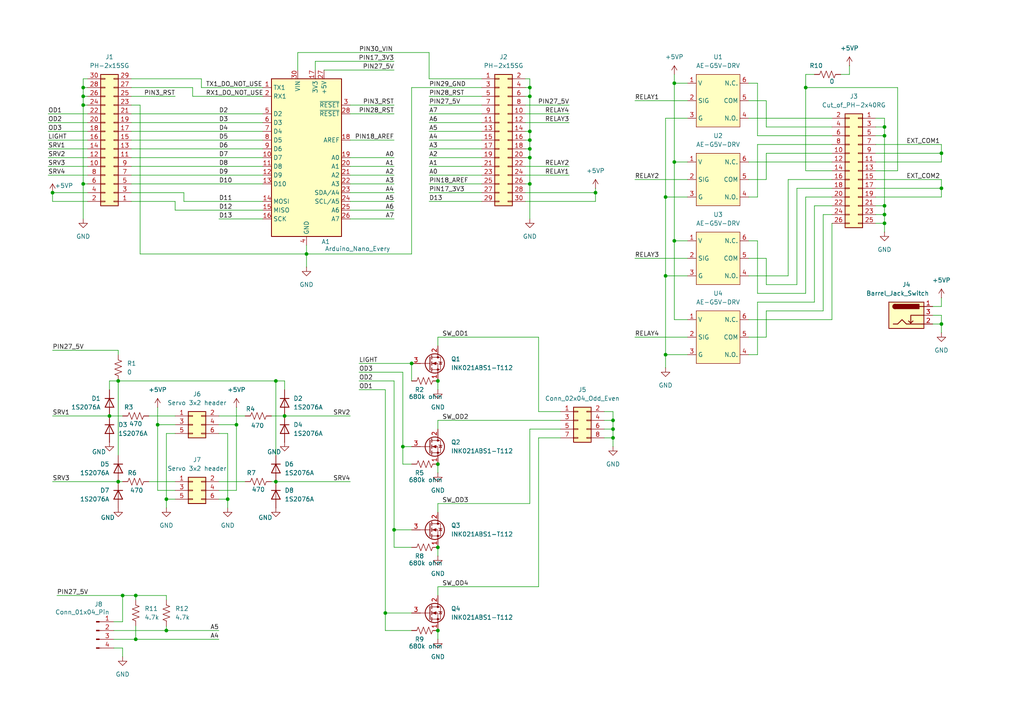
<source format=kicad_sch>
(kicad_sch (version 20250114) (generator "eeschema") (generator_version "9.0")
  (paper "A4")
  (lib_symbols
    (symbol "01_Local_Sym:AE-G5V-DRV"
      (property "Reference" "U" (at -5.334 -8.89 0))
      (property "Value" "AE-G5V-DRV" (at 0.508 -11.176 0))
      (symbol "AE-G5V-DRV_1_1"
        (pin power_in line (at -8.89 5.08 0) (length 2.54) (name "V") (number "1"))
        (pin input line (at -8.89 0 0) (length 2.54) (name "SIG") (number "2"))
        (pin power_in line (at -8.89 -5.08 0) (length 2.54) (name "G") (number "3"))
        (pin bidirectional line (at 8.89 5.08 180) (length 2.54) (name "N.C.") (number "6"))
        (pin bidirectional line (at 8.89 0 180) (length 2.54) (name "COM") (number "5"))
        (pin bidirectional line (at 8.89 -5.08 180) (length 2.54) (name "N.O.") (number "4"))
      )
    )
    (symbol "01_Local_Sym:Barrel_Jack_Switch" (pin_names (hide yes))
      (property "Reference" "J" (at 0 5.334 0))
      (property "Value" "Barrel_Jack_Switch" (at 0 -5.08 0))
      (symbol "Barrel_Jack_Switch_1_1"
        (pin passive line (at 7.62 2.54 180) (length 2.54) (name "~") (number "1"))
        (pin passive line (at 7.62 0 180) (length 2.54) (name "~") (number "3"))
        (pin passive line (at 7.62 -2.54 180) (length 2.54) (name "~") (number "2"))
      )
    )
    (symbol "01_Local_Sym:Conn_02x04_Odd_Even" (pin_names (offset 1.016) (hide yes))
      (property "Reference" "J" (at 1.27 5.08 0))
      (property "Value" "Conn_02x04_Odd_Even" (at 1.27 -7.62 0))
      (symbol "Conn_02x04_Odd_Even_1_1"
        (pin passive line (at -5.08 2.54 0) (length 3.81) (name "Pin_1") (number "1"))
        (pin passive line (at -5.08 0 0) (length 3.81) (name "Pin_3") (number "3"))
        (pin passive line (at -5.08 -2.54 0) (length 3.81) (name "Pin_5") (number "5"))
        (pin passive line (at -5.08 -5.08 0) (length 3.81) (name "Pin_7") (number "7"))
        (pin passive line (at 7.62 2.54 180) (length 3.81) (name "Pin_2") (number "2"))
        (pin passive line (at 7.62 0 180) (length 3.81) (name "Pin_4") (number "4"))
        (pin passive line (at 7.62 -2.54 180) (length 3.81) (name "Pin_6") (number "6"))
        (pin passive line (at 7.62 -5.08 180) (length 3.81) (name "Pin_8") (number "8"))
      )
    )
    (symbol "Connector:Conn_01x04_Pin" (pin_names (offset 1.016) (hide yes))
      (property "Reference" "J" (at 0 5.08 0))
      (property "Value" "Conn_01x04_Pin" (at 0 -7.62 0))
      (symbol "Conn_01x04_Pin_1_1"
        (pin passive line (at 5.08 2.54 180) (length 3.81) (name "Pin_1") (number "1"))
        (pin passive line (at 5.08 0 180) (length 3.81) (name "Pin_2") (number "2"))
        (pin passive line (at 5.08 -2.54 180) (length 3.81) (name "Pin_3") (number "3"))
        (pin passive line (at 5.08 -5.08 180) (length 3.81) (name "Pin_4") (number "4"))
      )
    )
    (symbol "Connector_Generic:Conn_02x03_Odd_Even" (pin_names (offset 1.016) (hide yes))
      (property "Reference" "J" (at 1.27 5.08 0))
      (property "Value" "Conn_02x03_Odd_Even" (at 1.27 -5.08 0))
      (symbol "Conn_02x03_Odd_Even_1_1"
        (pin passive line (at -5.08 2.54 0) (length 3.81) (name "Pin_1") (number "1"))
        (pin passive line (at -5.08 0 0) (length 3.81) (name "Pin_3") (number "3"))
        (pin passive line (at -5.08 -2.54 0) (length 3.81) (name "Pin_5") (number "5"))
        (pin passive line (at 7.62 2.54 180) (length 3.81) (name "Pin_2") (number "2"))
        (pin passive line (at 7.62 0 180) (length 3.81) (name "Pin_4") (number "4"))
        (pin passive line (at 7.62 -2.54 180) (length 3.81) (name "Pin_6") (number "6"))
      )
    )
    (symbol "Connector_Generic:Conn_02x13_Odd_Even" (pin_names (offset 1.016) (hide yes))
      (property "Reference" "J" (at 1.27 17.78 0))
      (property "Value" "Conn_02x13_Odd_Even" (at 1.27 -17.78 0))
      (symbol "Conn_02x13_Odd_Even_1_1"
        (pin passive line (at -5.08 15.24 0) (length 3.81) (name "Pin_1") (number "1"))
        (pin passive line (at -5.08 12.7 0) (length 3.81) (name "Pin_3") (number "3"))
        (pin passive line (at -5.08 10.16 0) (length 3.81) (name "Pin_5") (number "5"))
        (pin passive line (at -5.08 7.62 0) (length 3.81) (name "Pin_7") (number "7"))
        (pin passive line (at -5.08 5.08 0) (length 3.81) (name "Pin_9") (number "9"))
        (pin passive line (at -5.08 2.54 0) (length 3.81) (name "Pin_11") (number "11"))
        (pin passive line (at -5.08 0 0) (length 3.81) (name "Pin_13") (number "13"))
        (pin passive line (at -5.08 -2.54 0) (length 3.81) (name "Pin_15") (number "15"))
        (pin passive line (at -5.08 -5.08 0) (length 3.81) (name "Pin_17") (number "17"))
        (pin passive line (at -5.08 -7.62 0) (length 3.81) (name "Pin_19") (number "19"))
        (pin passive line (at -5.08 -10.16 0) (length 3.81) (name "Pin_21") (number "21"))
        (pin passive line (at -5.08 -12.7 0) (length 3.81) (name "Pin_23") (number "23"))
        (pin passive line (at -5.08 -15.24 0) (length 3.81) (name "Pin_25") (number "25"))
        (pin passive line (at 7.62 15.24 180) (length 3.81) (name "Pin_2") (number "2"))
        (pin passive line (at 7.62 12.7 180) (length 3.81) (name "Pin_4") (number "4"))
        (pin passive line (at 7.62 10.16 180) (length 3.81) (name "Pin_6") (number "6"))
        (pin passive line (at 7.62 7.62 180) (length 3.81) (name "Pin_8") (number "8"))
        (pin passive line (at 7.62 5.08 180) (length 3.81) (name "Pin_10") (number "10"))
        (pin passive line (at 7.62 2.54 180) (length 3.81) (name "Pin_12") (number "12"))
        (pin passive line (at 7.62 0 180) (length 3.81) (name "Pin_14") (number "14"))
        (pin passive line (at 7.62 -2.54 180) (length 3.81) (name "Pin_16") (number "16"))
        (pin passive line (at 7.62 -5.08 180) (length 3.81) (name "Pin_18") (number "18"))
        (pin passive line (at 7.62 -7.62 180) (length 3.81) (name "Pin_20") (number "20"))
        (pin passive line (at 7.62 -10.16 180) (length 3.81) (name "Pin_22") (number "22"))
        (pin passive line (at 7.62 -12.7 180) (length 3.81) (name "Pin_24") (number "24"))
        (pin passive line (at 7.62 -15.24 180) (length 3.81) (name "Pin_26") (number "26"))
      )
    )
    (symbol "Connector_Generic:Conn_02x15_Odd_Even" (pin_names (offset 1.016) (hide yes))
      (property "Reference" "J" (at 1.27 20.32 0))
      (property "Value" "Conn_02x15_Odd_Even" (at 1.27 -20.32 0))
      (symbol "Conn_02x15_Odd_Even_1_1"
        (pin passive line (at -5.08 17.78 0) (length 3.81) (name "Pin_1") (number "1"))
        (pin passive line (at -5.08 15.24 0) (length 3.81) (name "Pin_3") (number "3"))
        (pin passive line (at -5.08 12.7 0) (length 3.81) (name "Pin_5") (number "5"))
        (pin passive line (at -5.08 10.16 0) (length 3.81) (name "Pin_7") (number "7"))
        (pin passive line (at -5.08 7.62 0) (length 3.81) (name "Pin_9") (number "9"))
        (pin passive line (at -5.08 5.08 0) (length 3.81) (name "Pin_11") (number "11"))
        (pin passive line (at -5.08 2.54 0) (length 3.81) (name "Pin_13") (number "13"))
        (pin passive line (at -5.08 0 0) (length 3.81) (name "Pin_15") (number "15"))
        (pin passive line (at -5.08 -2.54 0) (length 3.81) (name "Pin_17") (number "17"))
        (pin passive line (at -5.08 -5.08 0) (length 3.81) (name "Pin_19") (number "19"))
        (pin passive line (at -5.08 -7.62 0) (length 3.81) (name "Pin_21") (number "21"))
        (pin passive line (at -5.08 -10.16 0) (length 3.81) (name "Pin_23") (number "23"))
        (pin passive line (at -5.08 -12.7 0) (length 3.81) (name "Pin_25") (number "25"))
        (pin passive line (at -5.08 -15.24 0) (length 3.81) (name "Pin_27") (number "27"))
        (pin passive line (at -5.08 -17.78 0) (length 3.81) (name "Pin_29") (number "29"))
        (pin passive line (at 7.62 17.78 180) (length 3.81) (name "Pin_2") (number "2"))
        (pin passive line (at 7.62 15.24 180) (length 3.81) (name "Pin_4") (number "4"))
        (pin passive line (at 7.62 12.7 180) (length 3.81) (name "Pin_6") (number "6"))
        (pin passive line (at 7.62 10.16 180) (length 3.81) (name "Pin_8") (number "8"))
        (pin passive line (at 7.62 7.62 180) (length 3.81) (name "Pin_10") (number "10"))
        (pin passive line (at 7.62 5.08 180) (length 3.81) (name "Pin_12") (number "12"))
        (pin passive line (at 7.62 2.54 180) (length 3.81) (name "Pin_14") (number "14"))
        (pin passive line (at 7.62 0 180) (length 3.81) (name "Pin_16") (number "16"))
        (pin passive line (at 7.62 -2.54 180) (length 3.81) (name "Pin_18") (number "18"))
        (pin passive line (at 7.62 -5.08 180) (length 3.81) (name "Pin_20") (number "20"))
        (pin passive line (at 7.62 -7.62 180) (length 3.81) (name "Pin_22") (number "22"))
        (pin passive line (at 7.62 -10.16 180) (length 3.81) (name "Pin_24") (number "24"))
        (pin passive line (at 7.62 -12.7 180) (length 3.81) (name "Pin_26") (number "26"))
        (pin passive line (at 7.62 -15.24 180) (length 3.81) (name "Pin_28") (number "28"))
        (pin passive line (at 7.62 -17.78 180) (length 3.81) (name "Pin_30") (number "30"))
      )
    )
    (symbol "Device:D" (pin_numbers (hide yes)) (pin_names (offset 1.016) (hide yes))
      (property "Reference" "D" (at 0 2.54 0))
      (property "Value" "D" (at 0 -2.54 0))
      (symbol "D_1_1"
        (pin passive line (at -3.81 0 0) (length 2.54) (name "K") (number "1"))
        (pin passive line (at 3.81 0 180) (length 2.54) (name "A") (number "2"))
      )
    )
    (symbol "Device:Q_NMOS_SDG" (pin_names (offset 0) (hide yes))
      (property "Reference" "Q" (at 5.08 1.27 0))
      (property "Value" "Q_NMOS_SDG" (at 5.08 -1.27 0))
      (symbol "Q_NMOS_SDG_1_1"
        (pin input line (at -5.08 0 0) (length 2.54) (name "G") (number "3"))
        (pin passive line (at 2.54 5.08 270) (length 2.54) (name "D") (number "2"))
        (pin passive line (at 2.54 -5.08 90) (length 2.54) (name "S") (number "1"))
      )
    )
    (symbol "Device:R_US" (pin_numbers (hide yes)) (pin_names (offset 0))
      (property "Reference" "R" (at 2.54 0 90))
      (property "Value" "R_US" (at -2.54 0 90))
      (symbol "R_US_1_1"
        (pin passive line (at 0 3.81 270) (length 1.27) (name "~") (number "1"))
        (pin passive line (at 0 -3.81 90) (length 1.27) (name "~") (number "2"))
      )
    )
    (symbol "MCU_Module:Arduino_Nano_Every"
      (property "Reference" "A" (at -10.16 23.495 0))
      (property "Value" "Arduino_Nano_Every" (at 5.08 -24.13 0))
      (symbol "Arduino_Nano_Every_1_1"
        (pin bidirectional line (at -12.7 20.32 0) (length 2.54) (name "TX1") (number "1"))
        (pin bidirectional line (at -12.7 17.78 0) (length 2.54) (name "RX1") (number "2"))
        (pin bidirectional line (at -12.7 12.7 0) (length 2.54) (name "D2") (number "5"))
        (pin bidirectional line (at -12.7 10.16 0) (length 2.54) (name "D3") (number "6"))
        (pin bidirectional line (at -12.7 7.62 0) (length 2.54) (name "D4") (number "7"))
        (pin bidirectional line (at -12.7 5.08 0) (length 2.54) (name "D5") (number "8"))
        (pin bidirectional line (at -12.7 2.54 0) (length 2.54) (name "D6") (number "9"))
        (pin bidirectional line (at -12.7 0 0) (length 2.54) (name "D7") (number "10"))
        (pin bidirectional line (at -12.7 -2.54 0) (length 2.54) (name "D8") (number "11"))
        (pin bidirectional line (at -12.7 -5.08 0) (length 2.54) (name "D9") (number "12"))
        (pin bidirectional line (at -12.7 -7.62 0) (length 2.54) (name "D10") (number "13"))
        (pin bidirectional line (at -12.7 -12.7 0) (length 2.54) (name "MOSI") (number "14"))
        (pin bidirectional line (at -12.7 -15.24 0) (length 2.54) (name "MISO") (number "15"))
        (pin bidirectional line (at -12.7 -17.78 0) (length 2.54) (name "SCK") (number "16"))
        (pin power_in line (at -2.54 25.4 270) (length 2.54) (name "VIN") (number "30"))
        (pin passive line (at 0 -25.4 90) (length 2.54) (hide yes) (name "GND") (number "29"))
        (pin power_in line (at 0 -25.4 90) (length 2.54) (name "GND") (number "4"))
        (pin power_out line (at 2.54 25.4 270) (length 2.54) (name "3V3") (number "17"))
        (pin power_out line (at 5.08 25.4 270) (length 2.54) (name "+5V") (number "27"))
        (pin input line (at 12.7 15.24 180) (length 2.54) (name "~{RESET}") (number "3"))
        (pin input line (at 12.7 12.7 180) (length 2.54) (name "~{RESET}") (number "28"))
        (pin input line (at 12.7 5.08 180) (length 2.54) (name "AREF") (number "18"))
        (pin bidirectional line (at 12.7 0 180) (length 2.54) (name "A0") (number "19"))
        (pin bidirectional line (at 12.7 -2.54 180) (length 2.54) (name "A1") (number "20"))
        (pin bidirectional line (at 12.7 -5.08 180) (length 2.54) (name "A2") (number "21"))
        (pin bidirectional line (at 12.7 -7.62 180) (length 2.54) (name "A3") (number "22"))
        (pin bidirectional line (at 12.7 -10.16 180) (length 2.54) (name "SDA/A4") (number "23"))
        (pin bidirectional line (at 12.7 -12.7 180) (length 2.54) (name "SCL/A5") (number "24"))
        (pin bidirectional line (at 12.7 -15.24 180) (length 2.54) (name "A6") (number "25"))
        (pin bidirectional line (at 12.7 -17.78 180) (length 2.54) (name "A7") (number "26"))
      )
    )
    (symbol "power:+5VP" (power) (pin_numbers (hide yes)) (pin_names (offset 0) (hide yes))
      (property "Value" "+5VP" (at 0 3.556 0))
      (symbol "+5VP_1_1"
        (pin power_in line (at 0 0 90) (length 0) (name "~") (number "1"))
      )
    )
    (symbol "power:GND" (power) (pin_numbers (hide yes)) (pin_names (offset 0) (hide yes))
      (property "Value" "GND" (at 0 -3.81 0))
      (symbol "GND_1_1"
        (pin power_in line (at 0 0 270) (length 0) (name "~") (number "1"))
      )
    )
  )
  (junction (at 39.37 185.42))
  (junction (at 24.13 30.48))
  (junction (at 48.26 182.88))
  (junction (at 35.56 172.72))
  (junction (at 66.04 144.78))
  (junction (at 127 134.62))
  (junction (at 233.68 25.4))
  (junction (at 48.26 144.78))
  (junction (at 172.72 55.88))
  (junction (at 153.67 27.94))
  (junction (at 153.67 40.64))
  (junction (at 256.54 39.37))
  (junction (at 177.8 127))
  (junction (at 195.58 46.99))
  (junction (at 68.58 123.19))
  (junction (at 80.01 139.7))
  (junction (at 193.04 102.87))
  (junction (at 177.8 121.92))
  (junction (at 24.13 27.94))
  (junction (at 193.04 80.01))
  (junction (at 82.55 120.65))
  (junction (at 273.05 44.45))
  (junction (at 153.67 45.72))
  (junction (at 24.13 53.34))
  (junction (at 153.67 53.34))
  (junction (at 153.67 38.1))
  (junction (at 34.29 139.7))
  (junction (at 256.54 62.23))
  (junction (at 256.54 64.77))
  (junction (at 256.54 59.69))
  (junction (at 39.37 172.72))
  (junction (at 153.67 25.4))
  (junction (at 193.04 57.15))
  (junction (at 88.9 73.66))
  (junction (at 80.01 110.49))
  (junction (at 114.3 153.67))
  (junction (at 195.58 24.13))
  (junction (at 31.75 120.65))
  (junction (at 15.24 55.88))
  (junction (at 273.05 54.61))
  (junction (at 45.72 123.19))
  (junction (at 24.13 25.4))
  (junction (at 177.8 124.46))
  (junction (at 127 158.75))
  (junction (at 127 110.49))
  (junction (at 273.05 93.98))
  (junction (at 34.29 110.49))
  (junction (at 256.54 36.83))
  (junction (at 119.38 105.41))
  (junction (at 153.67 43.18))
  (junction (at 116.84 129.54))
  (junction (at 111.76 177.8))
  (junction (at 195.58 69.85))
  (junction (at 127 182.88))
  (wire (pts (xy 153.67 25.4) (xy 153.67 27.94)))
  (wire (pts (xy 35.56 180.34) (xy 35.56 172.72)))
  (wire (pts (xy 195.58 46.99) (xy 195.58 69.85)))
  (wire (pts (xy 193.04 57.15) (xy 199.39 57.15)))
  (wire (pts (xy 175.26 124.46) (xy 177.8 124.46)))
  (wire (pts (xy 31.75 110.49) (xy 34.29 110.49)))
  (wire (pts (xy 33.02 182.88) (xy 48.26 182.88)))
  (wire (pts (xy 111.76 177.8) (xy 119.38 177.8)))
  (wire (pts (xy 233.68 49.53) (xy 241.3 49.53)))
  (wire (pts (xy 152.4 58.42) (xy 172.72 58.42)))
  (wire (pts (xy 38.1 22.86) (xy 58.42 22.86)))
  (wire (pts (xy 80.01 132.08) (xy 80.01 110.49)))
  (wire (pts (xy 152.4 35.56) (xy 165.1 35.56)))
  (wire (pts (xy 254 41.91) (xy 273.05 41.91)))
  (wire (pts (xy 25.4 22.86) (xy 24.13 22.86)))
  (wire (pts (xy 156.21 127) (xy 162.56 127)))
  (wire (pts (xy 153.67 53.34) (xy 153.67 63.5)))
  (wire (pts (xy 256.54 59.69) (xy 256.54 62.23)))
  (wire (pts (xy 273.05 44.45) (xy 273.05 46.99)))
  (wire (pts (xy 91.44 17.78) (xy 91.44 20.32)))
  (wire (pts (xy 91.44 17.78) (xy 114.3 17.78)))
  (wire (pts (xy 217.17 97.79) (xy 222.25 97.79)))
  (wire (pts (xy 124.46 50.8) (xy 139.7 50.8)))
  (wire (pts (xy 31.75 120.65) (xy 35.56 120.65)))
  (wire (pts (xy 231.14 54.61) (xy 241.3 54.61)))
  (wire (pts (xy 119.38 182.88) (xy 111.76 182.88)))
  (wire (pts (xy 38.1 40.64) (xy 76.2 40.64)))
  (wire (pts (xy 66.04 125.73) (xy 66.04 144.78)))
  (wire (pts (xy 45.72 123.19) (xy 45.72 142.24)))
  (wire (pts (xy 219.71 69.85) (xy 219.71 85.09)))
  (wire (pts (xy 195.58 69.85) (xy 199.39 69.85)))
  (wire (pts (xy 152.4 33.02) (xy 165.1 33.02)))
  (wire (pts (xy 217.17 29.21) (xy 222.25 29.21)))
  (wire (pts (xy 260.35 49.53) (xy 260.35 25.4)))
  (wire (pts (xy 273.05 52.07) (xy 273.05 54.61)))
  (wire (pts (xy 233.68 57.15) (xy 241.3 57.15)))
  (wire (pts (xy 270.51 88.9) (xy 273.05 88.9)))
  (wire (pts (xy 256.54 64.77) (xy 256.54 67.31)))
  (wire (pts (xy 236.22 87.63) (xy 236.22 59.69)))
  (wire (pts (xy 104.14 110.49) (xy 114.3 110.49)))
  (wire (pts (xy 127 158.75) (xy 127 161.29)))
  (wire (pts (xy 50.8 125.73) (xy 48.26 125.73)))
  (wire (pts (xy 48.26 181.61) (xy 48.26 182.88)))
  (wire (pts (xy 38.1 43.18) (xy 76.2 43.18)))
  (wire (pts (xy 152.4 50.8) (xy 165.1 50.8)))
  (wire (pts (xy 101.6 55.88) (xy 114.3 55.88)))
  (wire (pts (xy 45.72 123.19) (xy 50.8 123.19)))
  (wire (pts (xy 222.25 82.55) (xy 231.14 82.55)))
  (wire (pts (xy 153.67 146.05) (xy 153.67 124.46)))
  (wire (pts (xy 24.13 53.34) (xy 25.4 53.34)))
  (wire (pts (xy 195.58 69.85) (xy 195.58 92.71)))
  (wire (pts (xy 80.01 139.7) (xy 101.6 139.7)))
  (wire (pts (xy 114.3 158.75) (xy 114.3 153.67)))
  (wire (pts (xy 217.17 24.13) (xy 219.71 24.13)))
  (wire (pts (xy 39.37 185.42) (xy 63.5 185.42)))
  (wire (pts (xy 119.38 25.4) (xy 119.38 73.66)))
  (wire (pts (xy 66.04 144.78) (xy 66.04 147.32)))
  (wire (pts (xy 153.67 45.72) (xy 153.67 53.34)))
  (wire (pts (xy 38.1 50.8) (xy 76.2 50.8)))
  (wire (pts (xy 219.71 85.09) (xy 233.68 85.09)))
  (wire (pts (xy 104.14 107.95) (xy 116.84 107.95)))
  (wire (pts (xy 124.46 27.94) (xy 139.7 27.94)))
  (wire (pts (xy 254 34.29) (xy 256.54 34.29)))
  (wire (pts (xy 254 64.77) (xy 256.54 64.77)))
  (wire (pts (xy 48.26 182.88) (xy 63.5 182.88)))
  (wire (pts (xy 34.29 110.49) (xy 34.29 132.08)))
  (wire (pts (xy 38.1 58.42) (xy 50.8 58.42)))
  (wire (pts (xy 193.04 102.87) (xy 199.39 102.87)))
  (wire (pts (xy 127 134.62) (xy 127 137.16)))
  (wire (pts (xy 254 52.07) (xy 273.05 52.07)))
  (wire (pts (xy 101.6 60.96) (xy 114.3 60.96)))
  (wire (pts (xy 177.8 119.38) (xy 177.8 121.92)))
  (wire (pts (xy 124.46 30.48) (xy 139.7 30.48)))
  (wire (pts (xy 24.13 30.48) (xy 24.13 53.34)))
  (wire (pts (xy 82.55 110.49) (xy 82.55 113.03)))
  (wire (pts (xy 260.35 25.4) (xy 233.68 25.4)))
  (wire (pts (xy 116.84 107.95) (xy 116.84 129.54)))
  (wire (pts (xy 152.4 43.18) (xy 153.67 43.18)))
  (wire (pts (xy 228.6 80.01) (xy 228.6 52.07)))
  (wire (pts (xy 152.4 45.72) (xy 153.67 45.72)))
  (wire (pts (xy 124.46 38.1) (xy 139.7 38.1)))
  (wire (pts (xy 217.17 80.01) (xy 228.6 80.01)))
  (wire (pts (xy 78.74 139.7) (xy 80.01 139.7)))
  (wire (pts (xy 53.34 58.42) (xy 76.2 58.42)))
  (wire (pts (xy 254 46.99) (xy 273.05 46.99)))
  (wire (pts (xy 127 100.33) (xy 127 97.79)))
  (wire (pts (xy 184.15 74.93) (xy 199.39 74.93)))
  (wire (pts (xy 175.26 119.38) (xy 177.8 119.38)))
  (wire (pts (xy 217.17 52.07) (xy 222.25 52.07)))
  (wire (pts (xy 101.6 58.42) (xy 114.3 58.42)))
  (wire (pts (xy 53.34 55.88) (xy 53.34 58.42)))
  (wire (pts (xy 119.38 73.66) (xy 88.9 73.66)))
  (wire (pts (xy 104.14 113.03) (xy 111.76 113.03)))
  (wire (pts (xy 40.64 30.48) (xy 40.64 73.66)))
  (wire (pts (xy 43.18 139.7) (xy 50.8 139.7)))
  (wire (pts (xy 82.55 120.65) (xy 101.6 120.65)))
  (wire (pts (xy 48.26 125.73) (xy 48.26 144.78)))
  (wire (pts (xy 38.1 38.1) (xy 76.2 38.1)))
  (wire (pts (xy 222.25 90.17) (xy 238.76 90.17)))
  (wire (pts (xy 45.72 118.11) (xy 45.72 123.19)))
  (wire (pts (xy 38.1 35.56) (xy 76.2 35.56)))
  (wire (pts (xy 40.64 73.66) (xy 88.9 73.66)))
  (wire (pts (xy 193.04 80.01) (xy 193.04 57.15)))
  (wire (pts (xy 55.88 25.4) (xy 55.88 27.94)))
  (wire (pts (xy 193.04 106.68) (xy 193.04 102.87)))
  (wire (pts (xy 270.51 91.44) (xy 273.05 91.44)))
  (wire (pts (xy 219.71 69.85) (xy 217.17 69.85)))
  (wire (pts (xy 124.46 15.24) (xy 124.46 22.86)))
  (wire (pts (xy 222.25 90.17) (xy 222.25 97.79)))
  (wire (pts (xy 222.25 36.83) (xy 241.3 36.83)))
  (wire (pts (xy 88.9 71.12) (xy 88.9 73.66)))
  (wire (pts (xy 15.24 55.88) (xy 25.4 55.88)))
  (wire (pts (xy 48.26 147.32) (xy 48.26 144.78)))
  (wire (pts (xy 63.5 123.19) (xy 68.58 123.19)))
  (wire (pts (xy 152.4 22.86) (xy 153.67 22.86)))
  (wire (pts (xy 193.04 102.87) (xy 193.04 80.01)))
  (wire (pts (xy 50.8 60.96) (xy 76.2 60.96)))
  (wire (pts (xy 127 121.92) (xy 162.56 121.92)))
  (wire (pts (xy 184.15 97.79) (xy 199.39 97.79)))
  (wire (pts (xy 101.6 40.64) (xy 114.3 40.64)))
  (wire (pts (xy 195.58 21.59) (xy 195.58 24.13)))
  (wire (pts (xy 219.71 87.63) (xy 219.71 102.87)))
  (wire (pts (xy 233.68 85.09) (xy 233.68 57.15)))
  (wire (pts (xy 80.01 110.49) (xy 82.55 110.49)))
  (wire (pts (xy 231.14 82.55) (xy 231.14 54.61)))
  (wire (pts (xy 233.68 21.59) (xy 236.22 21.59)))
  (wire (pts (xy 15.24 101.6) (xy 34.29 101.6)))
  (wire (pts (xy 124.46 55.88) (xy 139.7 55.88)))
  (wire (pts (xy 50.8 142.24) (xy 45.72 142.24)))
  (wire (pts (xy 25.4 27.94) (xy 24.13 27.94)))
  (wire (pts (xy 241.3 64.77) (xy 241.3 92.71)))
  (wire (pts (xy 153.67 38.1) (xy 153.67 40.64)))
  (wire (pts (xy 124.46 22.86) (xy 139.7 22.86)))
  (wire (pts (xy 172.72 58.42) (xy 172.72 55.88)))
  (wire (pts (xy 63.5 142.24) (xy 68.58 142.24)))
  (wire (pts (xy 217.17 57.15) (xy 219.71 57.15)))
  (wire (pts (xy 193.04 57.15) (xy 193.04 34.29)))
  (wire (pts (xy 127 182.88) (xy 127 185.42)))
  (wire (pts (xy 116.84 129.54) (xy 119.38 129.54)))
  (wire (pts (xy 48.26 173.99) (xy 48.26 172.72)))
  (wire (pts (xy 48.26 172.72) (xy 39.37 172.72)))
  (wire (pts (xy 63.5 139.7) (xy 71.12 139.7)))
  (wire (pts (xy 63.5 120.65) (xy 71.12 120.65)))
  (wire (pts (xy 101.6 45.72) (xy 114.3 45.72)))
  (wire (pts (xy 124.46 53.34) (xy 139.7 53.34)))
  (wire (pts (xy 127 146.05) (xy 153.67 146.05)))
  (wire (pts (xy 101.6 50.8) (xy 114.3 50.8)))
  (wire (pts (xy 101.6 48.26) (xy 114.3 48.26)))
  (wire (pts (xy 63.5 144.78) (xy 66.04 144.78)))
  (wire (pts (xy 217.17 46.99) (xy 241.3 46.99)))
  (wire (pts (xy 127 170.18) (xy 156.21 170.18)))
  (wire (pts (xy 124.46 45.72) (xy 139.7 45.72)))
  (wire (pts (xy 63.5 125.73) (xy 66.04 125.73)))
  (wire (pts (xy 256.54 39.37) (xy 256.54 59.69)))
  (wire (pts (xy 124.46 58.42) (xy 139.7 58.42)))
  (wire (pts (xy 35.56 187.96) (xy 35.56 190.5)))
  (wire (pts (xy 184.15 52.07) (xy 199.39 52.07)))
  (wire (pts (xy 152.4 30.48) (xy 165.1 30.48)))
  (wire (pts (xy 25.4 25.4) (xy 24.13 25.4)))
  (wire (pts (xy 13.97 45.72) (xy 25.4 45.72)))
  (wire (pts (xy 256.54 34.29) (xy 256.54 36.83)))
  (wire (pts (xy 254 36.83) (xy 256.54 36.83)))
  (wire (pts (xy 31.75 113.03) (xy 31.75 110.49)))
  (wire (pts (xy 273.05 86.36) (xy 273.05 88.9)))
  (wire (pts (xy 222.25 74.93) (xy 222.25 82.55)))
  (wire (pts (xy 63.5 63.5) (xy 76.2 63.5)))
  (wire (pts (xy 175.26 127) (xy 177.8 127)))
  (wire (pts (xy 124.46 33.02) (xy 139.7 33.02)))
  (wire (pts (xy 184.15 29.21) (xy 199.39 29.21)))
  (wire (pts (xy 88.9 73.66) (xy 88.9 77.47)))
  (wire (pts (xy 24.13 22.86) (xy 24.13 25.4)))
  (wire (pts (xy 38.1 27.94) (xy 50.8 27.94)))
  (wire (pts (xy 217.17 92.71) (xy 241.3 92.71)))
  (wire (pts (xy 219.71 57.15) (xy 219.71 41.91)))
  (wire (pts (xy 195.58 24.13) (xy 199.39 24.13)))
  (wire (pts (xy 15.24 139.7) (xy 34.29 139.7)))
  (wire (pts (xy 156.21 97.79) (xy 156.21 119.38)))
  (wire (pts (xy 24.13 27.94) (xy 24.13 30.48)))
  (wire (pts (xy 219.71 87.63) (xy 236.22 87.63)))
  (wire (pts (xy 34.29 110.49) (xy 80.01 110.49)))
  (wire (pts (xy 13.97 40.64) (xy 25.4 40.64)))
  (wire (pts (xy 228.6 52.07) (xy 241.3 52.07)))
  (wire (pts (xy 195.58 46.99) (xy 199.39 46.99)))
  (wire (pts (xy 152.4 48.26) (xy 165.1 48.26)))
  (wire (pts (xy 153.67 27.94) (xy 153.67 38.1)))
  (wire (pts (xy 254 54.61) (xy 273.05 54.61)))
  (wire (pts (xy 127 124.46) (xy 127 121.92)))
  (wire (pts (xy 68.58 123.19) (xy 68.58 118.11)))
  (wire (pts (xy 39.37 181.61) (xy 39.37 185.42)))
  (wire (pts (xy 233.68 21.59) (xy 233.68 25.4)))
  (wire (pts (xy 43.18 120.65) (xy 50.8 120.65)))
  (wire (pts (xy 104.14 105.41) (xy 119.38 105.41)))
  (wire (pts (xy 127 110.49) (xy 127 113.03)))
  (wire (pts (xy 195.58 24.13) (xy 195.58 46.99)))
  (wire (pts (xy 254 62.23) (xy 256.54 62.23)))
  (wire (pts (xy 24.13 25.4) (xy 24.13 27.94)))
  (wire (pts (xy 25.4 30.48) (xy 24.13 30.48)))
  (wire (pts (xy 86.36 15.24) (xy 124.46 15.24)))
  (wire (pts (xy 152.4 27.94) (xy 153.67 27.94)))
  (wire (pts (xy 177.8 124.46) (xy 177.8 127)))
  (wire (pts (xy 38.1 45.72) (xy 76.2 45.72)))
  (wire (pts (xy 119.38 25.4) (xy 139.7 25.4)))
  (wire (pts (xy 236.22 59.69) (xy 241.3 59.69)))
  (wire (pts (xy 50.8 58.42) (xy 50.8 60.96)))
  (wire (pts (xy 222.25 52.07) (xy 222.25 44.45)))
  (wire (pts (xy 175.26 121.92) (xy 177.8 121.92)))
  (wire (pts (xy 238.76 62.23) (xy 241.3 62.23)))
  (wire (pts (xy 254 57.15) (xy 273.05 57.15)))
  (wire (pts (xy 222.25 29.21) (xy 222.25 36.83)))
  (wire (pts (xy 124.46 40.64) (xy 139.7 40.64)))
  (wire (pts (xy 127 172.72) (xy 127 170.18)))
  (wire (pts (xy 13.97 43.18) (xy 25.4 43.18)))
  (wire (pts (xy 101.6 33.02) (xy 114.3 33.02)))
  (wire (pts (xy 15.24 55.88) (xy 15.24 58.42)))
  (wire (pts (xy 13.97 35.56) (xy 25.4 35.56)))
  (wire (pts (xy 124.46 48.26) (xy 139.7 48.26)))
  (wire (pts (xy 119.38 134.62) (xy 116.84 134.62)))
  (wire (pts (xy 13.97 38.1) (xy 25.4 38.1)))
  (wire (pts (xy 119.38 158.75) (xy 114.3 158.75)))
  (wire (pts (xy 39.37 173.99) (xy 39.37 172.72)))
  (wire (pts (xy 156.21 119.38) (xy 162.56 119.38)))
  (wire (pts (xy 24.13 63.5) (xy 24.13 53.34)))
  (wire (pts (xy 217.17 34.29) (xy 241.3 34.29)))
  (wire (pts (xy 222.25 44.45) (xy 241.3 44.45)))
  (wire (pts (xy 101.6 53.34) (xy 114.3 53.34)))
  (wire (pts (xy 270.51 93.98) (xy 273.05 93.98)))
  (wire (pts (xy 152.4 40.64) (xy 153.67 40.64)))
  (wire (pts (xy 172.72 55.88) (xy 172.72 54.61)))
  (wire (pts (xy 217.17 102.87) (xy 219.71 102.87)))
  (wire (pts (xy 13.97 48.26) (xy 25.4 48.26)))
  (wire (pts (xy 39.37 172.72) (xy 35.56 172.72)))
  (wire (pts (xy 219.71 39.37) (xy 241.3 39.37)))
  (wire (pts (xy 195.58 92.71) (xy 199.39 92.71)))
  (wire (pts (xy 254 59.69) (xy 256.54 59.69)))
  (wire (pts (xy 38.1 48.26) (xy 76.2 48.26)))
  (wire (pts (xy 233.68 25.4) (xy 233.68 49.53)))
  (wire (pts (xy 58.42 25.4) (xy 76.2 25.4)))
  (wire (pts (xy 116.84 134.62) (xy 116.84 129.54)))
  (wire (pts (xy 86.36 15.24) (xy 86.36 20.32)))
  (wire (pts (xy 177.8 121.92) (xy 177.8 124.46)))
  (wire (pts (xy 93.98 20.32) (xy 114.3 20.32)))
  (wire (pts (xy 219.71 24.13) (xy 219.71 39.37)))
  (wire (pts (xy 111.76 177.8) (xy 111.76 113.03)))
  (wire (pts (xy 254 49.53) (xy 260.35 49.53)))
  (wire (pts (xy 256.54 62.23) (xy 256.54 64.77)))
  (wire (pts (xy 68.58 123.19) (xy 68.58 142.24)))
  (wire (pts (xy 101.6 63.5) (xy 114.3 63.5)))
  (wire (pts (xy 152.4 25.4) (xy 153.67 25.4)))
  (wire (pts (xy 152.4 38.1) (xy 153.67 38.1)))
  (wire (pts (xy 15.24 120.65) (xy 31.75 120.65)))
  (wire (pts (xy 153.67 43.18) (xy 153.67 45.72)))
  (wire (pts (xy 55.88 27.94) (xy 76.2 27.94)))
  (wire (pts (xy 58.42 22.86) (xy 58.42 25.4)))
  (wire (pts (xy 273.05 57.15) (xy 273.05 54.61)))
  (wire (pts (xy 256.54 36.83) (xy 256.54 39.37)))
  (wire (pts (xy 38.1 30.48) (xy 40.64 30.48)))
  (wire (pts (xy 114.3 153.67) (xy 119.38 153.67)))
  (wire (pts (xy 13.97 50.8) (xy 25.4 50.8)))
  (wire (pts (xy 38.1 55.88) (xy 53.34 55.88)))
  (wire (pts (xy 273.05 93.98) (xy 273.05 96.52)))
  (wire (pts (xy 34.29 102.87) (xy 34.29 101.6)))
  (wire (pts (xy 34.29 139.7) (xy 35.56 139.7)))
  (wire (pts (xy 273.05 41.91) (xy 273.05 44.45)))
  (wire (pts (xy 38.1 33.02) (xy 76.2 33.02)))
  (wire (pts (xy 177.8 127) (xy 177.8 129.54)))
  (wire (pts (xy 127 148.59) (xy 127 146.05)))
  (wire (pts (xy 254 44.45) (xy 273.05 44.45)))
  (wire (pts (xy 152.4 55.88) (xy 172.72 55.88)))
  (wire (pts (xy 217.17 74.93) (xy 222.25 74.93)))
  (wire (pts (xy 38.1 53.34) (xy 76.2 53.34)))
  (wire (pts (xy 193.04 80.01) (xy 199.39 80.01)))
  (wire (pts (xy 33.02 185.42) (xy 39.37 185.42)))
  (wire (pts (xy 127 97.79) (xy 156.21 97.79)))
  (wire (pts (xy 273.05 91.44) (xy 273.05 93.98)))
  (wire (pts (xy 114.3 153.67) (xy 114.3 110.49)))
  (wire (pts (xy 246.38 21.59) (xy 246.38 19.05)))
  (wire (pts (xy 124.46 35.56) (xy 139.7 35.56)))
  (wire (pts (xy 16.51 172.72) (xy 35.56 172.72)))
  (wire (pts (xy 124.46 43.18) (xy 139.7 43.18)))
  (wire (pts (xy 33.02 180.34) (xy 35.56 180.34)))
  (wire (pts (xy 38.1 25.4) (xy 55.88 25.4)))
  (wire (pts (xy 153.67 40.64) (xy 153.67 43.18)))
  (wire (pts (xy 254 39.37) (xy 256.54 39.37)))
  (wire (pts (xy 101.6 30.48) (xy 114.3 30.48)))
  (wire (pts (xy 111.76 182.88) (xy 111.76 177.8)))
  (wire (pts (xy 219.71 41.91) (xy 241.3 41.91)))
  (wire (pts (xy 15.24 58.42) (xy 25.4 58.42)))
  (wire (pts (xy 156.21 170.18) (xy 156.21 127)))
  (wire (pts (xy 78.74 120.65) (xy 82.55 120.65)))
  (wire (pts (xy 153.67 22.86) (xy 153.67 25.4)))
  (wire (pts (xy 119.38 105.41) (xy 119.38 110.49)))
  (wire (pts (xy 48.26 144.78) (xy 50.8 144.78)))
  (wire (pts (xy 13.97 33.02) (xy 25.4 33.02)))
  (wire (pts (xy 193.04 34.29) (xy 199.39 34.29)))
  (wire (pts (xy 153.67 124.46) (xy 162.56 124.46)))
  (wire (pts (xy 33.02 187.96) (xy 35.56 187.96)))
  (wire (pts (xy 152.4 53.34) (xy 153.67 53.34)))
  (wire (pts (xy 238.76 90.17) (xy 238.76 62.23)))
  (wire (pts (xy 243.84 21.59) (xy 246.38 21.59)))
  (label "D6" (at 63.5 43.18 0))
  (label "PIN18_AREF" (at 124.46 53.34 0))
  (label "RX1_DO_NOT_USE" (at 59.69 27.94 0))
  (label "D7" (at 63.5 45.72 0))
  (label "RELAY2" (at 184.15 52.07 0))
  (label "SRV2" (at 101.6 120.65 180))
  (label "D13" (at 124.46 58.42 0))
  (label "PIN27_5V" (at 114.3 20.32 180))
  (label "D10" (at 63.5 53.34 0))
  (label "D5" (at 63.5 40.64 0))
  (label "SRV3" (at 15.24 139.7 0))
  (label "A4" (at 114.3 55.88 180))
  (label "D4" (at 63.5 38.1 0))
  (label "EXT_COM2" (at 262.89 52.07 0))
  (label "SRV1" (at 15.24 120.65 0))
  (label "RELAY4" (at 184.15 97.79 0))
  (label "SW_OD3" (at 128.27 146.05 0))
  (label "A4" (at 63.5 185.42 180))
  (label "PIN18_AREF" (at 114.3 40.64 180))
  (label "PIN28_RST" (at 114.3 33.02 180))
  (label "RELAY3" (at 165.1 35.56 180))
  (label "PIN28_RST" (at 124.46 27.94 0))
  (label "TX1_DO_NOT_USE" (at 59.69 25.4 0))
  (label "PIN27_5V" (at 165.1 30.48 180))
  (label "OD1" (at 13.97 33.02 0))
  (label "SRV3" (at 13.97 48.26 0))
  (label "PIN3_RST" (at 114.3 30.48 180))
  (label "RELAY2" (at 165.1 48.26 180))
  (label "PIN29_GND" (at 124.46 25.4 0))
  (label "LIGHT" (at 104.14 105.41 0))
  (label "A2" (at 114.3 50.8 180))
  (label "A3" (at 124.46 43.18 0))
  (label "OD3" (at 13.97 38.1 0))
  (label "PIN30_VIN" (at 104.14 15.24 0))
  (label "SW_OD2" (at 128.27 121.92 0))
  (label "A3" (at 114.3 53.34 180))
  (label "PIN27_5V" (at 124.46 30.48 0))
  (label "SRV4" (at 13.97 50.8 0))
  (label "OD3" (at 104.14 107.95 0))
  (label "SW_OD4" (at 128.27 170.18 0))
  (label "D12" (at 63.5 60.96 0))
  (label "A2" (at 124.46 45.72 0))
  (label "A1" (at 114.3 48.26 180))
  (label "D11" (at 63.5 58.42 0))
  (label "A7" (at 114.3 63.5 180))
  (label "RELAY1" (at 184.15 29.21 0))
  (label "A0" (at 124.46 50.8 0))
  (label "A6" (at 124.46 35.56 0))
  (label "RELAY4" (at 165.1 33.02 180))
  (label "PIN3_RST" (at 50.8 27.94 180))
  (label "A4" (at 124.46 40.64 0))
  (label "A6" (at 114.3 60.96 180))
  (label "PIN27_5V" (at 16.51 172.72 0))
  (label "D9" (at 63.5 50.8 0))
  (label "D8" (at 63.5 48.26 0))
  (label "PIN27_5V" (at 15.24 101.6 0))
  (label "A5" (at 114.3 58.42 180))
  (label "OD2" (at 13.97 35.56 0))
  (label "D2" (at 63.5 33.02 0))
  (label "SRV1" (at 13.97 43.18 0))
  (label "D13" (at 63.5 63.5 0))
  (label "A0" (at 114.3 45.72 180))
  (label "PIN17_3V3" (at 124.46 55.88 0))
  (label "A5" (at 63.5 182.88 180))
  (label "A5" (at 124.46 38.1 0))
  (label "A7" (at 124.46 33.02 0))
  (label "LIGHT" (at 13.97 40.64 0))
  (label "PIN17_3V3" (at 114.3 17.78 180))
  (label "RELAY3" (at 184.15 74.93 0))
  (label "SW_OD1" (at 128.27 97.79 0))
  (label "OD1" (at 104.14 113.03 0))
  (label "D3" (at 63.5 35.56 0))
  (label "RELAY1" (at 165.1 50.8 180))
  (label "EXT_COM1" (at 262.89 41.91 0))
  (label "A1" (at 124.46 48.26 0))
  (label "SRV2" (at 13.97 45.72 0))
  (label "OD2" (at 104.14 110.49 0))
  (label "SRV4" (at 101.6 139.7 180))
  (symbol (lib_id "Device:R_US") (at 123.19 110.49 90) (unit 1)
    (property "Reference" "R2" (at 121.666 113.03 90))
    (property "Value" "680k ohm" (at 123.444 115.062 90))
    (property "Footprint" "01_Prj_Local_Footpint:R_Axial_DIN0204_L3.6mm_D1.6mm_P2.54mm_Vertical" (effects (hide yes)))
    (property "Description" "Resistor, US symbol" (effects (hide yes)))
  )
  (symbol (lib_id "Device:R_US") (at 39.37 120.65 90) (unit 1)
    (property "Reference" "R3" (at 37.338 118.11 90))
    (property "Value" "470" (at 39.37 122.936 90))
    (property "Footprint" "01_Prj_Local_Footpint:R_Axial_DIN0204_L3.6mm_D1.6mm_P5.08mm_Horizontal" (effects (hide yes)))
    (property "Description" "Resistor, US symbol" (effects (hide yes)))
  )
  (symbol (lib_id "Device:R_US") (at 240.03 21.59 90) (unit 1)
    (property "Reference" "R10" (at 236.728 19.05 90))
    (property "Value" "0" (at 241.3 23.622 90))
    (property "Footprint" "01_Prj_Local_Footpint:R_Axial_DIN0204_L3.6mm_D1.6mm_P7.62mm_Horizontal_TMVC" (effects (hide yes)))
    (property "Description" "Resistor, US symbol" (effects (hide yes)))
  )
  (symbol (lib_id "power:GND") (at 48.26 147.32 0) (unit 1)
    (property "Reference" "#PWR020" (effects (hide yes)))
    (property "Value" "GND" (at 48.26 152.4 0))
    (property "Description" "Power symbol creates a global label with name \"GND\" , ground" (effects (hide yes)))
  )
  (symbol (lib_id "01_Local_Sym:AE-G5V-DRV") (at 208.28 29.21 0) (unit 1)
    (property "Reference" "U1" (at 208.28 16.51 0))
    (property "Value" "AE-G5V-DRV" (at 208.28 19.05 0))
    (property "Footprint" "01_Prj_Local_Footpint:AE-G5V-DRV" (effects (hide yes)))
  )
  (symbol (lib_id "power:GND") (at 127 113.03 0) (unit 1)
    (property "Reference" "#PWR012" (effects (hide yes)))
    (property "Value" "GND" (at 127 118.11 0))
    (property "Description" "Power symbol creates a global label with name \"GND\" , ground" (effects (hide yes)))
  )
  (symbol (lib_id "power:+5VP") (at 68.58 118.11 0) (unit 1)
    (property "Reference" "#PWR014" (effects (hide yes)))
    (property "Value" "+5VP" (at 68.58 113.03 0))
    (property "Description" "Power symbol creates a global label with name \"+5VP\"" (effects (hide yes)))
  )
  (symbol (lib_id "Device:Q_NMOS_SDG") (at 124.46 177.8 0) (unit 1)
    (property "Reference" "Q4" (at 130.81 176.5299 0) (effects (justify left)))
    (property "Value" "INK021ABS1-T112" (at 130.81 179.0699 0) (effects (justify left)))
    (property "Footprint" "01_Prj_Local_Footpint:TO-92S_Wide_TMVC" (effects (hide yes)))
    (property "Description" "N-MOSFET transistor, source/drain/gate" (effects (hide yes)))
  )
  (symbol (lib_id "Device:R_US") (at 39.37 177.8 0) (unit 1)
    (property "Reference" "R11" (at 41.91 176.5299 0) (effects (justify left)))
    (property "Value" "4.7k" (at 41.91 179.0699 0) (effects (justify left)))
    (property "Footprint" "01_Prj_Local_Footpint:R_Axial_DIN0204_L3.6mm_D1.6mm_P7.62mm_Horizontal_TMVC" (effects (hide yes)))
    (property "Description" "Resistor, US symbol" (effects (hide yes)))
  )
  (symbol (lib_id "power:GND") (at 82.55 128.27 0) (unit 1)
    (property "Reference" "#PWR016" (effects (hide yes)))
    (property "Value" "GND" (at 79.502 131.064 0))
    (property "Description" "Power symbol creates a global label with name \"GND\" , ground" (effects (hide yes)))
  )
  (symbol (lib_id "Connector:Conn_01x04_Pin") (at 27.94 182.88 0) (unit 1)
    (property "Reference" "J8" (at 28.575 175.26 0))
    (property "Value" "Conn_01x04_Pin" (at 23.876 177.546 0))
    (property "Footprint" "01_Prj_Local_Footpint:PinHeader_1x04_P2.54mm_Vertical" (effects (hide yes)))
    (property "Description" "Generic connector, single row, 01x04, script generated" (effects (hide yes)))
  )
  (symbol (lib_id "Device:D") (at 80.01 143.51 270) (unit 1)
    (property "Reference" "D8" (at 82.55 142.2399 90) (effects (justify left)))
    (property "Value" "1S2076A" (at 82.55 144.7799 90) (effects (justify left)))
    (property "Footprint" "01_Prj_Local_Footpint:D_DO-34_SOD68_P2.54mm_Vertical_KathodeUp" (effects (hide yes)))
    (property "Description" "Diode" (effects (hide yes)))
    (property "Sim.Device" "D" (effects (hide yes)))
    (property "Sim.Pins" "1=K 2=A" (effects (hide yes)))
  )
  (symbol (lib_id "power:GND") (at 31.75 128.27 0) (unit 1)
    (property "Reference" "#PWR015" (effects (hide yes)))
    (property "Value" "GND" (at 28.702 131.064 0))
    (property "Description" "Power symbol creates a global label with name \"GND\" , ground" (effects (hide yes)))
  )
  (symbol (lib_id "power:GND") (at 80.01 147.32 0) (unit 1)
    (property "Reference" "#PWR022" (effects (hide yes)))
    (property "Value" "GND" (at 76.962 150.114 0))
    (property "Description" "Power symbol creates a global label with name \"GND\" , ground" (effects (hide yes)))
  )
  (symbol (lib_id "power:GND") (at 88.9 77.47 0) (unit 1)
    (property "Reference" "#PWR08" (effects (hide yes)))
    (property "Value" "GND" (at 88.9 82.55 0))
    (property "Description" "Power symbol creates a global label with name \"GND\" , ground" (effects (hide yes)))
  )
  (symbol (lib_id "power:GND") (at 153.67 63.5 0) (unit 1)
    (property "Reference" "#PWR06" (effects (hide yes)))
    (property "Value" "GND" (at 153.67 68.58 0))
    (property "Description" "Power symbol creates a global label with name \"GND\" , ground" (effects (hide yes)))
  )
  (symbol (lib_id "Connector_Generic:Conn_02x03_Odd_Even") (at 55.88 123.19 0) (unit 1)
    (property "Reference" "J6" (at 57.15 114.3 0))
    (property "Value" "Servo 3x2 header" (at 57.15 116.84 0))
    (property "Footprint" "01_Prj_Local_Footpint:PinHeader_2x03_P2.54mm_nomargin_Vertical" (effects (hide yes)))
    (property "Description" "Generic connector, double row, 02x03, odd/even pin numbering scheme (row 1 odd numbers, row 2 even numbers), script generated (kicad-library-utils/schlib/autogen/connector/)" (effects (hide yes)))
  )
  (symbol (lib_id "power:GND") (at 193.04 106.68 0) (unit 1)
    (property "Reference" "#PWR011" (effects (hide yes)))
    (property "Value" "GND" (at 193.04 111.76 0))
    (property "Description" "Power symbol creates a global label with name \"GND\" , ground" (effects (hide yes)))
  )
  (symbol (lib_id "power:GND") (at 127 185.42 0) (unit 1)
    (property "Reference" "#PWR024" (effects (hide yes)))
    (property "Value" "GND" (at 127 190.5 0))
    (property "Description" "Power symbol creates a global label with name \"GND\" , ground" (effects (hide yes)))
  )
  (symbol (lib_id "power:+5VP") (at 45.72 118.11 0) (unit 1)
    (property "Reference" "#PWR013" (effects (hide yes)))
    (property "Value" "+5VP" (at 45.72 113.03 0))
    (property "Description" "Power symbol creates a global label with name \"+5VP\"" (effects (hide yes)))
  )
  (symbol (lib_id "Device:R_US") (at 123.19 158.75 90) (unit 1)
    (property "Reference" "R8" (at 121.666 161.29 90))
    (property "Value" "680k ohm" (at 123.444 163.322 90))
    (property "Footprint" "01_Prj_Local_Footpint:R_Axial_DIN0204_L3.6mm_D1.6mm_P2.54mm_Vertical" (effects (hide yes)))
    (property "Description" "Resistor, US symbol" (effects (hide yes)))
  )
  (symbol (lib_id "Device:D") (at 82.55 124.46 270) (unit 1)
    (property "Reference" "D4" (at 85.09 123.1899 90) (effects (justify left)))
    (property "Value" "1S2076A" (at 85.09 125.7299 90) (effects (justify left)))
    (property "Footprint" "01_Prj_Local_Footpint:D_DO-34_SOD68_P2.54mm_Vertical_KathodeUp" (effects (hide yes)))
    (property "Description" "Diode" (effects (hide yes)))
    (property "Sim.Device" "D" (effects (hide yes)))
    (property "Sim.Pins" "1=K 2=A" (effects (hide yes)))
  )
  (symbol (lib_id "Device:Q_NMOS_SDG") (at 124.46 153.67 0) (unit 1)
    (property "Reference" "Q3" (at 130.81 152.3999 0) (effects (justify left)))
    (property "Value" "INK021ABS1-T112" (at 130.81 154.9399 0) (effects (justify left)))
    (property "Footprint" "01_Prj_Local_Footpint:TO-92S_Wide_TMVC" (effects (hide yes)))
    (property "Description" "N-MOSFET transistor, source/drain/gate" (effects (hide yes)))
  )
  (symbol (lib_id "power:GND") (at 66.04 147.32 0) (unit 1)
    (property "Reference" "#PWR021" (effects (hide yes)))
    (property "Value" "GND" (at 66.04 152.4 0))
    (property "Description" "Power symbol creates a global label with name \"GND\" , ground" (effects (hide yes)))
  )
  (symbol (lib_id "Connector_Generic:Conn_02x15_Odd_Even") (at 33.02 40.64 180) (unit 1)
    (property "Reference" "J1" (at 31.75 16.51 0))
    (property "Value" "PH-2x15SG" (at 31.75 19.05 0))
    (property "Footprint" "01_Prj_Local_Footpint:PinHeader_2x15_P2.54mm_Vertical" (effects (hide yes)))
    (property "Description" "Generic connector, double row, 02x15, odd/even pin numbering scheme (row 1 odd numbers, row 2 even numbers), script generated (kicad-library-utils/schlib/autogen/connector/)" (effects (hide yes)))
  )
  (symbol (lib_id "power:+5VP") (at 15.24 55.88 0) (unit 1)
    (property "Reference" "#PWR04" (effects (hide yes)))
    (property "Value" "+5VP" (at 18.542 53.848 0))
    (property "Description" "Power symbol creates a global label with name \"+5VP\"" (effects (hide yes)))
  )
  (symbol (lib_id "power:+5VP") (at 195.58 21.59 0) (unit 1)
    (property "Reference" "#PWR01" (effects (hide yes)))
    (property "Value" "+5VP" (at 195.58 16.51 0))
    (property "Description" "Power symbol creates a global label with name \"+5VP\"" (effects (hide yes)))
  )
  (symbol (lib_id "01_Local_Sym:AE-G5V-DRV") (at 208.28 97.79 0) (unit 1)
    (property "Reference" "U4" (at 208.28 85.09 0))
    (property "Value" "AE-G5V-DRV" (at 208.28 87.63 0))
    (property "Footprint" "01_Prj_Local_Footpint:AE-G5V-DRV" (effects (hide yes)))
  )
  (symbol (lib_id "Device:R_US") (at 123.19 182.88 90) (unit 1)
    (property "Reference" "R9" (at 121.666 185.42 90))
    (property "Value" "680k ohm" (at 123.444 187.452 90))
    (property "Footprint" "01_Prj_Local_Footpint:R_Axial_DIN0204_L3.6mm_D1.6mm_P2.54mm_Vertical" (effects (hide yes)))
    (property "Description" "Resistor, US symbol" (effects (hide yes)))
  )
  (symbol (lib_id "Device:D") (at 34.29 143.51 90) (mirror x) (unit 1)
    (property "Reference" "D7" (at 31.75 142.2399 90) (effects (justify left)))
    (property "Value" "1S2076A" (at 31.75 144.7799 90) (effects (justify left)))
    (property "Footprint" "01_Prj_Local_Footpint:D_DO-34_SOD68_P2.54mm_Vertical_KathodeUp" (effects (hide yes)))
    (property "Description" "Diode" (effects (hide yes)))
    (property "Sim.Device" "D" (effects (hide yes)))
    (property "Sim.Pins" "1=K 2=A" (effects (hide yes)))
  )
  (symbol (lib_id "01_Local_Sym:Conn_02x04_Odd_Even") (at 167.64 121.92 0) (unit 1)
    (property "Reference" "J5" (at 168.91 113.03 0))
    (property "Value" "Conn_02x04_Odd_Even" (at 168.91 115.57 0))
    (property "Footprint" "01_Prj_Local_Footpint:PinHeader_2x04_P2.54mm_nomargin_Vertical" (effects (hide yes)))
    (property "Description" "Generic connector, double row, 02x04, odd/even pin numbering scheme (row 1 odd numbers, row 2 even numbers), script generated (kicad-library-utils/schlib/autogen/connector/)" (effects (hide yes)))
  )
  (symbol (lib_id "Device:D") (at 34.29 135.89 270) (unit 1)
    (property "Reference" "D5" (at 31.75 134.6199 90) (effects (justify right)))
    (property "Value" "1S2076A" (at 31.75 137.1599 90) (effects (justify right)))
    (property "Footprint" "01_Prj_Local_Footpint:D_DO-34_SOD68_P2.54mm_Vertical_KathodeUp" (effects (hide yes)))
    (property "Description" "Diode" (effects (hide yes)))
    (property "Sim.Device" "D" (effects (hide yes)))
    (property "Sim.Pins" "1=K 2=A" (effects (hide yes)))
  )
  (symbol (lib_id "Device:R_US") (at 48.26 177.8 0) (unit 1)
    (property "Reference" "R12" (at 50.8 176.5299 0) (effects (justify left)))
    (property "Value" "4.7k" (at 50.8 179.0699 0) (effects (justify left)))
    (property "Footprint" "01_Prj_Local_Footpint:R_Axial_DIN0204_L3.6mm_D1.6mm_P7.62mm_Horizontal_TMVC" (effects (hide yes)))
    (property "Description" "Resistor, US symbol" (effects (hide yes)))
  )
  (symbol (lib_id "01_Local_Sym:Barrel_Jack_Switch") (at 262.89 91.44 0) (unit 1)
    (property "Reference" "J4" (at 262.89 82.55 0))
    (property "Value" "Barrel_Jack_Switch" (at 260.35 85.09 0))
    (property "Footprint" "01_Prj_Local_Footpint:BarrelJack_2.1mm_4A_18742_TMVC" (effects (hide yes)))
    (property "Description" "DC Barrel Jack with an internal switch" (effects (hide yes)))
  )
  (symbol (lib_id "Device:Q_NMOS_SDG") (at 124.46 105.41 0) (unit 1)
    (property "Reference" "Q1" (at 130.81 104.1399 0) (effects (justify left)))
    (property "Value" "INK021ABS1-T112" (at 130.81 106.6799 0) (effects (justify left)))
    (property "Footprint" "01_Prj_Local_Footpint:TO-92S_Wide_TMVC" (effects (hide yes)))
    (property "Description" "N-MOSFET transistor, source/drain/gate" (effects (hide yes)))
  )
  (symbol (lib_id "power:+5VP") (at 172.72 54.61 0) (unit 1)
    (property "Reference" "#PWR03" (effects (hide yes)))
    (property "Value" "+5VP" (at 172.72 49.53 0))
    (property "Description" "Power symbol creates a global label with name \"+5VP\"" (effects (hide yes)))
  )
  (symbol (lib_id "Connector_Generic:Conn_02x13_Odd_Even") (at 248.92 49.53 0) (mirror y) (unit 1)
    (property "Reference" "J3" (at 247.65 27.94 0))
    (property "Value" "Cut_of_PH-2x40RG" (at 247.65 30.48 0))
    (property "Footprint" "01_Prj_Local_Footpint:PinHeader_2x13_P2.54mm_Vertical" (effects (hide yes)))
    (property "Description" "Generic connector, double row, 02x13, odd/even pin numbering scheme (row 1 odd numbers, row 2 even numbers), script generated (kicad-library-utils/schlib/autogen/connector/)" (effects (hide yes)))
  )
  (symbol (lib_id "Device:D") (at 80.01 135.89 270) (unit 1)
    (property "Reference" "D6" (at 82.55 134.6199 90) (effects (justify left)))
    (property "Value" "1S2076A" (at 82.55 137.1599 90) (effects (justify left)))
    (property "Footprint" "01_Prj_Local_Footpint:D_DO-34_SOD68_P2.54mm_Vertical_KathodeUp" (effects (hide yes)))
    (property "Description" "Diode" (effects (hide yes)))
    (property "Sim.Device" "D" (effects (hide yes)))
    (property "Sim.Pins" "1=K 2=A" (effects (hide yes)))
  )
  (symbol (lib_id "power:+5VP") (at 273.05 86.36 0) (unit 1)
    (property "Reference" "#PWR09" (effects (hide yes)))
    (property "Value" "+5VP" (at 273.05 81.28 0))
    (property "Description" "Power symbol creates a global label with name \"+5VP\"" (effects (hide yes)))
  )
  (symbol (lib_id "power:GND") (at 177.8 129.54 0) (unit 1)
    (property "Reference" "#PWR017" (effects (hide yes)))
    (property "Value" "GND" (at 177.8 134.62 0))
    (property "Description" "Power symbol creates a global label with name \"GND\" , ground" (effects (hide yes)))
  )
  (symbol (lib_id "Device:Q_NMOS_SDG") (at 124.46 129.54 0) (unit 1)
    (property "Reference" "Q2" (at 130.81 128.2699 0) (effects (justify left)))
    (property "Value" "INK021ABS1-T112" (at 130.81 130.8099 0) (effects (justify left)))
    (property "Footprint" "01_Prj_Local_Footpint:TO-92S_Wide_TMVC" (effects (hide yes)))
    (property "Description" "N-MOSFET transistor, source/drain/gate" (effects (hide yes)))
  )
  (symbol (lib_id "Device:R_US") (at 123.19 134.62 90) (unit 1)
    (property "Reference" "R5" (at 121.666 137.16 90))
    (property "Value" "680k ohm" (at 123.444 139.192 90))
    (property "Footprint" "01_Prj_Local_Footpint:R_Axial_DIN0204_L3.6mm_D1.6mm_P2.54mm_Vertical" (effects (hide yes)))
    (property "Description" "Resistor, US symbol" (effects (hide yes)))
  )
  (symbol (lib_id "MCU_Module:Arduino_Nano_Every") (at 88.9 45.72 0) (unit 1)
    (property "Reference" "A1" (at 93.218 70.104 0) (effects (justify left)))
    (property "Value" "Arduino_Nano_Every" (at 94.234 72.136 0) (effects (justify left)))
    (property "Footprint" "01_Prj_Local_Footpint:Arduino_Nano__silk_tune" (effects (hide yes)))
    (property "Datasheet" "https://content.arduino.cc/assets/NANOEveryV3.0_sch.pdf" (effects (hide yes)))
    (property "Description" "Arduino Nano Every" (effects (hide yes)))
  )
  (symbol (lib_id "power:GND") (at 34.29 147.32 0) (unit 1)
    (property "Reference" "#PWR019" (effects (hide yes)))
    (property "Value" "GND" (at 31.242 150.114 0))
    (property "Description" "Power symbol creates a global label with name \"GND\" , ground" (effects (hide yes)))
  )
  (symbol (lib_id "Device:R_US") (at 39.37 139.7 90) (unit 1)
    (property "Reference" "R6" (at 38.354 137.16 90))
    (property "Value" "470" (at 39.624 142.24 90))
    (property "Footprint" "01_Prj_Local_Footpint:R_Axial_DIN0204_L3.6mm_D1.6mm_P5.08mm_Horizontal" (effects (hide yes)))
    (property "Description" "Resistor, US symbol" (effects (hide yes)))
  )
  (symbol (lib_id "power:GND") (at 127 161.29 0) (unit 1)
    (property "Reference" "#PWR023" (effects (hide yes)))
    (property "Value" "GND" (at 127 166.37 0))
    (property "Description" "Power symbol creates a global label with name \"GND\" , ground" (effects (hide yes)))
  )
  (symbol (lib_id "power:GND") (at 273.05 96.52 0) (unit 1)
    (property "Reference" "#PWR010" (effects (hide yes)))
    (property "Value" "GND" (at 273.05 101.6 0))
    (property "Description" "Power symbol creates a global label with name \"GND\" , ground" (effects (hide yes)))
  )
  (symbol (lib_id "power:+5VP") (at 246.38 19.05 0) (unit 1)
    (property "Reference" "#PWR02" (effects (hide yes)))
    (property "Value" "+5VP" (at 246.38 13.97 0))
    (property "Description" "Power symbol creates a global label with name \"+5VP\"" (effects (hide yes)))
  )
  (symbol (lib_id "power:GND") (at 35.56 190.5 0) (unit 1)
    (property "Reference" "#PWR025" (effects (hide yes)))
    (property "Value" "GND" (at 35.56 195.58 0))
    (property "Description" "Power symbol creates a global label with name \"GND\" , ground" (effects (hide yes)))
  )
  (symbol (lib_id "Device:R_US") (at 74.93 139.7 90) (unit 1)
    (property "Reference" "R7" (at 72.898 137.16 90))
    (property "Value" "470" (at 74.93 141.986 90))
    (property "Footprint" "01_Prj_Local_Footpint:R_Axial_DIN0204_L3.6mm_D1.6mm_P2.54mm_Vertical" (effects (hide yes)))
    (property "Description" "Resistor, US symbol" (effects (hide yes)))
  )
  (symbol (lib_id "01_Local_Sym:AE-G5V-DRV") (at 208.28 52.07 0) (unit 1)
    (property "Reference" "U2" (at 208.28 39.37 0))
    (property "Value" "AE-G5V-DRV" (at 208.28 41.91 0))
    (property "Footprint" "01_Prj_Local_Footpint:AE-G5V-DRV" (effects (hide yes)))
  )
  (symbol (lib_id "01_Local_Sym:AE-G5V-DRV") (at 208.28 74.93 0) (unit 1)
    (property "Reference" "U3" (at 208.28 62.23 0))
    (property "Value" "AE-G5V-DRV" (at 208.28 64.77 0))
    (property "Footprint" "01_Prj_Local_Footpint:AE-G5V-DRV" (effects (hide yes)))
  )
  (symbol (lib_id "Device:D") (at 31.75 124.46 90) (mirror x) (unit 1)
    (property "Reference" "D3" (at 34.29 123.1899 90) (effects (justify right)))
    (property "Value" "1S2076A" (at 34.29 125.7299 90) (effects (justify right)))
    (property "Footprint" "01_Prj_Local_Footpint:D_DO-34_SOD68_P2.54mm_Vertical_KathodeUp" (effects (hide yes)))
    (property "Description" "Diode" (effects (hide yes)))
    (property "Sim.Device" "D" (effects (hide yes)))
    (property "Sim.Pins" "1=K 2=A" (effects (hide yes)))
  )
  (symbol (lib_id "power:GND") (at 24.13 63.5 0) (unit 1)
    (property "Reference" "#PWR05" (effects (hide yes)))
    (property "Value" "GND" (at 24.13 68.58 0))
    (property "Description" "Power symbol creates a global label with name \"GND\" , ground" (effects (hide yes)))
  )
  (symbol (lib_id "Device:D") (at 82.55 116.84 270) (unit 1)
    (property "Reference" "D2" (at 85.09 115.5699 90) (effects (justify left)))
    (property "Value" "1S2076A" (at 85.09 118.1099 90) (effects (justify left)))
    (property "Footprint" "01_Prj_Local_Footpint:D_DO-34_SOD68_P2.54mm_Vertical_KathodeUp" (effects (hide yes)))
    (property "Description" "Diode" (effects (hide yes)))
    (property "Sim.Device" "D" (effects (hide yes)))
    (property "Sim.Pins" "1=K 2=A" (effects (hide yes)))
  )
  (symbol (lib_id "Connector_Generic:Conn_02x15_Odd_Even") (at 144.78 40.64 0) (unit 1)
    (property "Reference" "J2" (at 146.05 16.51 0))
    (property "Value" "PH-2x15SG" (at 146.05 19.05 0))
    (property "Footprint" "01_Prj_Local_Footpint:PinHeader_2x15_P2.54mm_Vertical" (effects (hide yes)))
    (property "Description" "Generic connector, double row, 02x15, odd/even pin numbering scheme (row 1 odd numbers, row 2 even numbers), script generated (kicad-library-utils/schlib/autogen/connector/)" (effects (hide yes)))
  )
  (symbol (lib_id "Connector_Generic:Conn_02x03_Odd_Even") (at 55.88 142.24 0) (unit 1)
    (property "Reference" "J7" (at 57.15 133.35 0))
    (property "Value" "Servo 3x2 header" (at 57.15 135.89 0))
    (property "Footprint" "01_Prj_Local_Footpint:PinHeader_2x03_P2.54mm_nomargin_Vertical" (effects (hide yes)))
    (property "Description" "Generic connector, double row, 02x03, odd/even pin numbering scheme (row 1 odd numbers, row 2 even numbers), script generated (kicad-library-utils/schlib/autogen/connector/)" (effects (hide yes)))
  )
  (symbol (lib_id "Device:R_US") (at 74.93 120.65 90) (unit 1)
    (property "Reference" "R4" (at 72.644 118.618 90))
    (property "Value" "470" (at 74.676 123.444 90))
    (property "Footprint" "01_Prj_Local_Footpint:R_Axial_DIN0204_L3.6mm_D1.6mm_P2.54mm_Vertical" (effects (hide yes)))
    (property "Description" "Resistor, US symbol" (effects (hide yes)))
  )
  (symbol (lib_id "power:GND") (at 127 137.16 0) (unit 1)
    (property "Reference" "#PWR018" (effects (hide yes)))
    (property "Value" "GND" (at 127 142.24 0))
    (property "Description" "Power symbol creates a global label with name \"GND\" , ground" (effects (hide yes)))
  )
  (symbol (lib_id "Device:R_US") (at 34.29 106.68 0) (unit 1)
    (property "Reference" "R1" (at 36.83 105.4099 0) (effects (justify left)))
    (property "Value" "0" (at 36.83 107.9499 0) (effects (justify left)))
    (property "Footprint" "01_Prj_Local_Footpint:R_Axial_DIN0204_L3.6mm_D1.6mm_P10.16mm_Horizontal_TMVC" (effects (hide yes)))
    (property "Description" "Resistor, US symbol" (effects (hide yes)))
  )
  (symbol (lib_id "Device:D") (at 31.75 116.84 270) (unit 1)
    (property "Reference" "D1" (at 29.21 115.5699 90) (effects (justify right)))
    (property "Value" "1S2076A" (at 29.21 118.1099 90) (effects (justify right)))
    (property "Footprint" "01_Prj_Local_Footpint:D_DO-34_SOD68_P2.54mm_Vertical_KathodeUp" (effects (hide yes)))
    (property "Description" "Diode" (effects (hide yes)))
    (property "Sim.Device" "D" (effects (hide yes)))
    (property "Sim.Pins" "1=K 2=A" (effects (hide yes)))
  )
  (symbol (lib_id "power:GND") (at 256.54 67.31 0) (unit 1)
    (property "Reference" "#PWR07" (effects (hide yes)))
    (property "Value" "GND" (at 256.54 72.39 0))
    (property "Description" "Power symbol creates a global label with name \"GND\" , ground" (effects (hide yes)))
  )
)
</source>
